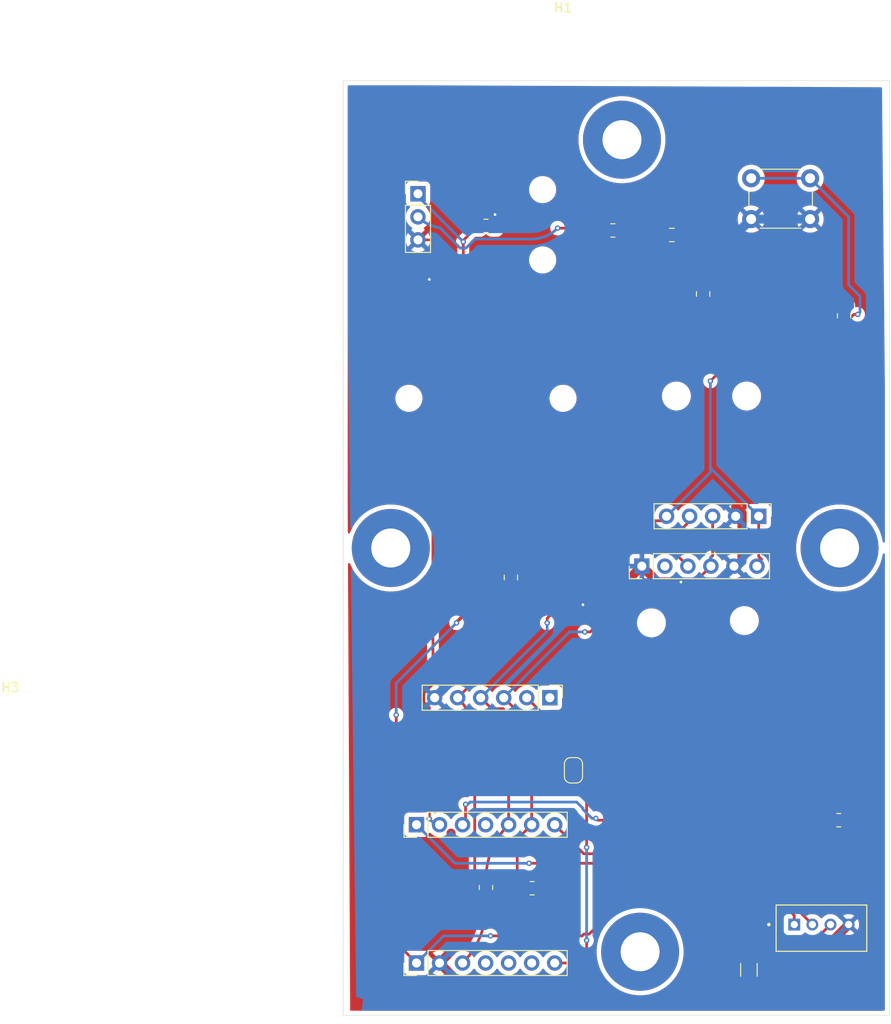
<source format=kicad_pcb>
(kicad_pcb (version 20241229) (generator "pcbnew") (generator_version "9.0")
  (layers (0 "F.Cu" signal) (2 "B.Cu" signal) (13 "F.Paste" user) (15 "B.Paste" user) (5 "F.SilkS" user "F.Silkscreen") (7 "B.SilkS" user "B.Silkscreen") (1 "F.Mask" user) (3 "B.Mask" user) (25 "Edge.Cuts" user))
  (net 0 "")
  (net 1 "+5V")
  (net 2 "GND")
  (net 3 "+3.3V")
  (net 4 "SDA")
  (net 5 "SCL")
  (net 7 "D6")
  (net 8 "D0")
  (net 9 "Din_D1")
  (net 10 "D2")
  (net 11 "Net-(J4-Pin_7)")
  (net 15 "SQW")
  (net 18 "Net-(J8-Pin_2)")
  (net 23 "Net-(R1-Pad2)")
  (footprint "Connector_PinHeader_2.54mm:PinHeader_1x07_P2.54mm_Vertical" (layer "F.Cu") (at 174.84 136.24 90)
    (property "Reference" "J4" (hide yes))
    (property "Value" "Conn_01x07" (hide yes))
    (fp_line (start -1.38 -1.38) (end 0 -1.38) (stroke (width 0.12)) (layer "F.SilkS"))
    (fp_line (start -1.38 0) (end -1.38 -1.38) (stroke (width 0.12)) (layer "F.SilkS"))
    (fp_line (start 1.38 1.27) (end 1.38 16.62) (stroke (width 0.12)) (layer "F.SilkS"))
    (fp_line (start -1.38 1.27) (end 1.38 1.27) (stroke (width 0.12)) (layer "F.SilkS"))
    (fp_line (start -1.38 1.27) (end -1.38 16.62) (stroke (width 0.12)) (layer "F.SilkS"))
    (fp_line (start -1.38 16.62) (end 1.38 16.62) (stroke (width 0.12)) (layer "F.SilkS"))
    (pad "1" thru_hole rect (at 0 0 90) (size 1.7 1.7) (drill 1) (layers "*.Cu" "*.Mask") (net 1 "+5V"))
    (pad "2" thru_hole circle (at 0 2.54 90) (size 1.7 1.7) (drill 1) (layers "*.Cu" "*.Mask") (net 2 "GND"))
    (pad "3" thru_hole circle (at 0 5.08 90) (size 1.7 1.7) (drill 1) (layers "*.Cu" "*.Mask") (net 3 "+3.3V"))
    (pad "4" thru_hole circle (at 0 7.62 90) (size 1.7 1.7) (drill 1) (layers "*.Cu" "*.Mask"))
    (pad "5" thru_hole circle (at 0 10.16 90) (size 1.7 1.7) (drill 1) (layers "*.Cu" "*.Mask"))
    (pad "6" thru_hole circle (at 0 12.7 90) (size 1.7 1.7) (drill 1) (layers "*.Cu" "*.Mask"))
    (pad "7" thru_hole circle (at 0 15.24 90) (size 1.7 1.7) (drill 1) (layers "*.Cu" "*.Mask") (net 11 "Net-(J4-Pin_7)"))
  )
  (footprint "MountingHole:MountingHole_2.5mm" (layer "F.Cu") (at 191 74)
    (property "Reference" "H10" (hide yes))
    (property "Value" "MountingHole" (hide yes))
    (pad "" np_thru_hole circle (at 0 0) (size 2.5 2.5) (drill 2.5) (layers "*.Cu" "*.Mask"))
  )
  (footprint "Resistor_SMD:R_0805_2012Metric" (layer "F.Cu") (at 221.4125 120.5)
    (property "Reference" "R1" (hide yes))
    (property "Value" "100" (hide yes))
    (fp_line (start -0.227064 -0.735) (end 0.227064 -0.735) (stroke (width 0.12)) (layer "F.SilkS"))
    (fp_line (start -0.227064 0.735) (end 0.227064 0.735) (stroke (width 0.12)) (layer "F.SilkS"))
    (pad "1" smd roundrect (at -0.9125 0) (size 1.025 1.4) (layers "F.Cu" "F.Mask" "F.Paste") (roundrect_rratio 0.243902) (net 10 "D2"))
    (pad "2" smd roundrect (at 0.9125 0) (size 1.025 1.4) (layers "F.Cu" "F.Mask" "F.Paste") (roundrect_rratio 0.243902) (net 23 "Net-(R1-Pad2)"))
  )
  (footprint "Connector_PinHeader_2.54mm:PinHeader_1x06_P2.54mm_Vertical" (layer "F.Cu") (at 189.54 107 -90)
    (property "Reference" "J5" (hide yes))
    (property "Value" "Conn_01x06" (hide yes))
    (fp_line (start -1.38 14.08) (end 1.38 14.08) (stroke (width 0.12)) (layer "F.SilkS"))
    (fp_line (start -1.38 1.27) (end -1.38 14.08) (stroke (width 0.12)) (layer "F.SilkS"))
    (fp_line (start -1.38 1.27) (end 1.38 1.27) (stroke (width 0.12)) (layer "F.SilkS"))
    (fp_line (start 1.38 1.27) (end 1.38 14.08) (stroke (width 0.12)) (layer "F.SilkS"))
    (fp_line (start -1.38 0) (end -1.38 -1.38) (stroke (width 0.12)) (layer "F.SilkS"))
    (fp_line (start -1.38 -1.38) (end 0 -1.38) (stroke (width 0.12)) (layer "F.SilkS"))
    (pad "1" thru_hole rect (at 0 0 270) (size 1.7 1.7) (drill 1) (layers "*.Cu" "*.Mask"))
    (pad "2" thru_hole circle (at 0 2.54 270) (size 1.7 1.7) (drill 1) (layers "*.Cu" "*.Mask") (net 15 "SQW"))
    (pad "3" thru_hole circle (at 0 5.08 270) (size 1.7 1.7) (drill 1) (layers "*.Cu" "*.Mask") (net 5 "SCL"))
    (pad "4" thru_hole circle (at 0 7.62 270) (size 1.7 1.7) (drill 1) (layers "*.Cu" "*.Mask") (net 4 "SDA"))
    (pad "5" thru_hole circle (at 0 10.16 270) (size 1.7 1.7) (drill 1) (layers "*.Cu" "*.Mask") (net 3 "+3.3V"))
    (pad "6" thru_hole circle (at 0 12.7 270) (size 1.7 1.7) (drill 1) (layers "*.Cu" "*.Mask") (net 2 "GND"))
  )
  (footprint "MountingHole:MountingHole_2.5mm" (layer "F.Cu") (at 188.75 51)
    (property "Reference" "H11" (hide yes))
    (property "Value" "MountingHole" (hide yes))
    (pad "" np_thru_hole circle (at 0 0) (size 2.5 2.5) (drill 2.5) (layers "*.Cu" "*.Mask"))
  )
  (footprint "Resistor_SMD:R_0805_2012Metric" (layer "F.Cu") (at 187.5875 128)
    (property "Reference" "R3" (hide yes))
    (property "Value" "10k" (hide yes))
    (fp_line (start -0.227064 -0.735) (end 0.227064 -0.735) (stroke (width 0.12)) (layer "F.SilkS"))
    (fp_line (start -0.227064 0.735) (end 0.227064 0.735) (stroke (width 0.12)) (layer "F.SilkS"))
    (pad "1" smd roundrect (at -0.9125 0) (size 1.025 1.4) (layers "F.Cu" "F.Mask" "F.Paste") (roundrect_rratio 0.243902) (net 5 "SCL"))
    (pad "2" smd roundrect (at 0.9125 0) (size 1.025 1.4) (layers "F.Cu" "F.Mask" "F.Paste") (roundrect_rratio 0.243902) (net 3 "+3.3V"))
  )
  (footprint "MountingHole:MountingHole_2.7mm" (layer "F.Cu") (at 211 98.5)
    (property "Reference" "H8" (hide yes))
    (property "Value" "MountingHole" (hide yes))
    (pad "" np_thru_hole circle (at 0 0) (size 2.7 2.7) (drill 2.7) (layers "*.Cu" "*.Mask"))
  )
  (footprint "Button_Switch_THT:SW_PUSH_6mm" (layer "F.Cu") (at 211.75 49.75)
    (property "Reference" "SW1" (hide yes))
    (property "Value" "SW_Push" (hide yes))
    (fp_line (start -0.25 1.5) (end -0.25 3) (stroke (width 0.12)) (layer "F.SilkS"))
    (fp_line (start 1 5.5) (end 5.5 5.5) (stroke (width 0.12)) (layer "F.SilkS"))
    (fp_line (start 5.5 -1) (end 1 -1) (stroke (width 0.12)) (layer "F.SilkS"))
    (fp_line (start 6.75 3) (end 6.75 1.5) (stroke (width 0.12)) (layer "F.SilkS"))
    (pad "1" thru_hole circle (at 0 0 90) (size 2 2) (drill 1.1) (layers "*.Cu" "*.Mask") (net 23 "Net-(R1-Pad2)"))
    (pad "1" thru_hole circle (at 6.5 0 90) (size 2 2) (drill 1.1) (layers "*.Cu" "*.Mask") (net 23 "Net-(R1-Pad2)"))
    (pad "2" thru_hole circle (at 0 4.5 90) (size 2 2) (drill 1.1) (layers "*.Cu" "*.Mask") (net 2 "GND"))
    (pad "2" thru_hole circle (at 6.5 4.5 90) (size 2 2) (drill 1.1) (layers "*.Cu" "*.Mask") (net 2 "GND"))
  )
  (footprint "Connector_PinHeader_2.54mm:PinHeader_1x06_P2.54mm_Vertical" (layer "F.Cu") (at 199.69 92.5 90)
    (property "Reference" "J1" (hide yes))
    (property "Value" "Conn_01x06" (hide yes))
    (fp_line (start -1.38 -1.38) (end 0 -1.38) (stroke (width 0.12)) (layer "F.SilkS"))
    (fp_line (start -1.38 0) (end -1.38 -1.38) (stroke (width 0.12)) (layer "F.SilkS"))
    (fp_line (start 1.38 1.27) (end 1.38 14.08) (stroke (width 0.12)) (layer "F.SilkS"))
    (fp_line (start -1.38 1.27) (end 1.38 1.27) (stroke (width 0.12)) (layer "F.SilkS"))
    (fp_line (start -1.38 1.27) (end -1.38 14.08) (stroke (width 0.12)) (layer "F.SilkS"))
    (fp_line (start -1.38 14.08) (end 1.38 14.08) (stroke (width 0.12)) (layer "F.SilkS"))
    (pad "1" thru_hole rect (at 0 0 90) (size 1.7 1.7) (drill 1) (layers "*.Cu" "*.Mask") (net 2 "GND"))
    (pad "2" thru_hole circle (at 0 2.54 90) (size 1.7 1.7) (drill 1) (layers "*.Cu" "*.Mask"))
    (pad "3" thru_hole circle (at 0 5.08 90) (size 1.7 1.7) (drill 1) (layers "*.Cu" "*.Mask") (net 4 "SDA"))
    (pad "4" thru_hole circle (at 0 7.62 90) (size 1.7 1.7) (drill 1) (layers "*.Cu" "*.Mask") (net 5 "SCL"))
    (pad "5" thru_hole circle (at 0 10.16 90) (size 1.7 1.7) (drill 1) (layers "*.Cu" "*.Mask") (net 2 "GND"))
    (pad "6" thru_hole circle (at 0 12.7 90) (size 1.7 1.7) (drill 1) (layers "*.Cu" "*.Mask") (net 3 "+3.3V"))
  )
  (footprint "Resistor_SMD:R_0805_2012Metric" (layer "F.Cu") (at 222 64.9125 -90)
    (property "Reference" "R5" (hide yes))
    (property "Value" "10k" (hide yes))
    (fp_line (start -0.227064 0.735) (end 0.227064 0.735) (stroke (width 0.12)) (layer "F.SilkS"))
    (fp_line (start -0.227064 -0.735) (end 0.227064 -0.735) (stroke (width 0.12)) (layer "F.SilkS"))
    (pad "1" smd roundrect (at -0.9125 0 270) (size 1.025 1.4) (layers "F.Cu" "F.Mask" "F.Paste") (roundrect_rratio 0.243902) (net 3 "+3.3V"))
    (pad "2" smd roundrect (at 0.9125 0 270) (size 1.025 1.4) (layers "F.Cu" "F.Mask" "F.Paste") (roundrect_rratio 0.243902) (net 23 "Net-(R1-Pad2)"))
  )
  (footprint "Capacitor_SMD:C_0805_2012Metric" (layer "F.Cu") (at 206.45 62.5 90)
    (property "Reference" "C2" (hide yes))
    (property "Value" "100nF" (hide yes))
    (fp_line (start -0.261252 -0.735) (end 0.261252 -0.735) (stroke (width 0.12)) (layer "F.SilkS"))
    (fp_line (start -0.261252 0.735) (end 0.261252 0.735) (stroke (width 0.12)) (layer "F.SilkS"))
    (pad "1" smd roundrect (at -0.95 0 90) (size 1 1.45) (layers "F.Cu" "F.Mask" "F.Paste") (net 2 "GND"))
    (pad "2" smd roundrect (at 0.95 0 90) (size 1 1.45) (layers "F.Cu" "F.Mask" "F.Paste") (net 3 "+3.3V"))
  )
  (footprint "MountingHole:MountingHole_2.5mm" (layer "F.Cu") (at 188.75 58.75)
    (property "Reference" "H12" (hide yes))
    (property "Value" "MountingHole" (hide yes))
    (pad "" np_thru_hole circle (at 0 0) (size 2.5 2.5) (drill 2.5) (layers "*.Cu" "*.Mask"))
  )
  (footprint "MountingHole:MountingHole_4.3mm_M4_Pad" (layer "F.Cu") (at 172 90.5)
    (property "Reference" "H3" (at -41.975 15.375 0) (layer "F.SilkS"))
    (property "Value" "MountingHole_Pad" (hide yes))
    (pad "1" thru_hole circle (at 0 0) (size 8.6 8.6) (drill 4.3) (layers "*.Cu" "*.Mask"))
  )
  (footprint "MountingHole:MountingHole_4.3mm_M4_Pad" (layer "F.Cu") (at 199.5 135)
    (property "Reference" "H2" (hide yes))
    (property "Value" "MountingHole_Pad" (hide yes))
    (pad "1" thru_hole circle (at 0 0) (size 8.6 8.6) (drill 4.3) (layers "*.Cu" "*.Mask"))
  )
  (footprint "Jumper:SolderJumper-2_P1.3mm_Open_RoundedPad1.0x1.5mm" (layer "F.Cu") (at 192.15 115 -90)
    (property "Reference" "JP1" (hide yes))
    (property "Value" "SolderJumper_2_Open" (hide yes))
    (fp_line (start 0.7 1) (end -0.7 1) (stroke (width 0.12)) (layer "F.SilkS"))
    (fp_line (start -1.4 0.3) (end -1.4 -0.3) (stroke (width 0.12)) (layer "F.SilkS"))
    (fp_line (start 1.4 -0.3) (end 1.4 0.3) (stroke (width 0.12)) (layer "F.SilkS"))
    (fp_line (start -0.7 -1) (end 0.7 -1) (stroke (width 0.12)) (layer "F.SilkS"))
    (fp_arc (start -0.7 1) (mid -1.194975 0.794975) (end -1.4 0.3) (stroke (width 0.12)) (layer "F.SilkS"))
    (fp_arc (start 1.4 0.3) (mid 1.194975 0.794975) (end 0.7 1) (stroke (width 0.12)) (layer "F.SilkS"))
    (fp_arc (start -1.4 -0.3) (mid -1.194975 -0.794975) (end -0.7 -1) (stroke (width 0.12)) (layer "F.SilkS"))
    (fp_arc (start 0.7 -1) (mid 1.194975 -0.794975) (end 1.4 -0.3) (stroke (width 0.12)) (layer "F.SilkS"))
    (pad "1" smd custom (at -0.65 0 270) (size 1 0.5) (layers "F.Cu" "F.Mask") (net 15 "SQW") (options (clearance outline) (anchor rect)) (primitives (gr_circle (center 0 0.25) (end 0.5 0.25) (width 0) (fill yes)) (gr_circle (center 0 -0.25) (end 0.5 -0.25) (width 0) (fill yes)) (gr_poly (pts (xy 0.5 0.75) (xy 0 0.75) (xy 0 -0.75) (xy 0.5 -0.75)) (width 0) (fill yes))))
    (pad "2" smd custom (at 0.65 0 270) (size 1 0.5) (layers "F.Cu" "F.Mask") (net 11 "Net-(J4-Pin_7)") (options (clearance outline) (anchor rect)) (primitives (gr_circle (center 0 0.25) (end 0.5 0.25) (width 0) (fill yes)) (gr_circle (center 0 -0.25) (end 0.5 -0.25) (width 0) (fill yes)) (gr_poly (pts (xy 0 0.75) (xy -0.5 0.75) (xy -0.5 -0.75) (xy 0 -0.75)) (width 0) (fill yes))))
  )
  (footprint "Resistor_SMD:R_0805_2012Metric" (layer "F.Cu") (at 196.5 55.5)
    (property "Reference" "R6" (hide yes))
    (property "Value" "400" (hide yes))
    (fp_line (start -0.227064 -0.735) (end 0.227064 -0.735) (stroke (width 0.12)) (layer "F.SilkS"))
    (fp_line (start -0.227064 0.735) (end 0.227064 0.735) (stroke (width 0.12)) (layer "F.SilkS"))
    (pad "1" smd roundrect (at -0.9125 0) (size 1.025 1.4) (layers "F.Cu" "F.Mask" "F.Paste") (roundrect_rratio 0.243902) (net 18 "Net-(J8-Pin_2)"))
    (pad "2" smd roundrect (at 0.9125 0) (size 1.025 1.4) (layers "F.Cu" "F.Mask" "F.Paste") (roundrect_rratio 0.243902) (net 9 "Din_D1"))
  )
  (footprint "Resistor_SMD:R_0805_2012Metric" (layer "F.Cu") (at 182.5 127.9125 -90)
    (property "Reference" "R4" (hide yes))
    (property "Value" "10k" (hide yes))
    (fp_line (start -0.227064 0.735) (end 0.227064 0.735) (stroke (width 0.12)) (layer "F.SilkS"))
    (fp_line (start -0.227064 -0.735) (end 0.227064 -0.735) (stroke (width 0.12)) (layer "F.SilkS"))
    (pad "1" smd roundrect (at -0.9125 0 270) (size 1.025 1.4) (layers "F.Cu" "F.Mask" "F.Paste") (roundrect_rratio 0.243902) (net 4 "SDA"))
    (pad "2" smd roundrect (at 0.9125 0 270) (size 1.025 1.4) (layers "F.Cu" "F.Mask" "F.Paste") (roundrect_rratio 0.243902) (net 3 "+3.3V"))
  )
  (footprint "Resistor_SMD:R_0805_2012Metric" (layer "F.Cu") (at 182.5 55)
    (property "Reference" "R2" (hide yes))
    (property "Value" "4.7k" (hide yes))
    (fp_line (start -0.227064 -0.735) (end 0.227064 -0.735) (stroke (width 0.12)) (layer "F.SilkS"))
    (fp_line (start -0.227064 0.735) (end 0.227064 0.735) (stroke (width 0.12)) (layer "F.SilkS"))
    (pad "1" smd roundrect (at -0.9125 0) (size 1.025 1.4) (layers "F.Cu" "F.Mask" "F.Paste") (roundrect_rratio 0.243902) (net 1 "+5V"))
    (pad "2" smd roundrect (at 0.9125 0) (size 1.025 1.4) (layers "F.Cu" "F.Mask" "F.Paste") (roundrect_rratio 0.243902) (net 9 "Din_D1"))
  )
  (footprint "MountingHole:MountingHole_2.7mm" (layer "F.Cu") (at 203.5 73.75)
    (property "Reference" "H6" (hide yes))
    (property "Value" "MountingHole" (hide yes))
    (pad "" np_thru_hole circle (at 0 0) (size 2.7 2.7) (drill 2.7) (layers "*.Cu" "*.Mask"))
  )
  (footprint "Connector_PinHeader_2.54mm:PinHeader_1x05_P2.54mm_Vertical" (layer "F.Cu") (at 212.58 87 -90)
    (property "Reference" "J9" (hide yes))
    (property "Value" "Conn_01x05" (hide yes))
    (fp_line (start -1.38 11.54) (end 1.38 11.54) (stroke (width 0.12)) (layer "F.SilkS"))
    (fp_line (start -1.38 1.27) (end -1.38 11.54) (stroke (width 0.12)) (layer "F.SilkS"))
    (fp_line (start -1.38 1.27) (end 1.38 1.27) (stroke (width 0.12)) (layer "F.SilkS"))
    (fp_line (start 1.38 1.27) (end 1.38 11.54) (stroke (width 0.12)) (layer "F.SilkS"))
    (fp_line (start -1.38 0) (end -1.38 -1.38) (stroke (width 0.12)) (layer "F.SilkS"))
    (fp_line (start -1.38 -1.38) (end 0 -1.38) (stroke (width 0.12)) (layer "F.SilkS"))
    (pad "1" thru_hole rect (at 0 0 270) (size 1.7 1.7) (drill 1) (layers "*.Cu" "*.Mask") (net 3 "+3.3V"))
    (pad "2" thru_hole circle (at 0 2.54 270) (size 1.7 1.7) (drill 1) (layers "*.Cu" "*.Mask") (net 2 "GND"))
    (pad "3" thru_hole circle (at 0 5.08 270) (size 1.7 1.7) (drill 1) (layers "*.Cu" "*.Mask") (net 5 "SCL"))
    (pad "4" thru_hole circle (at 0 7.62 270) (size 1.7 1.7) (drill 1) (layers "*.Cu" "*.Mask") (net 4 "SDA"))
    (pad "5" thru_hole circle (at 0 10.16 270) (size 1.7 1.7) (drill 1) (layers "*.Cu" "*.Mask") (net 3 "+3.3V"))
  )
  (footprint "Capacitor_SMD:C_1206_3216Metric" (layer "F.Cu") (at 211.5 137 -90)
    (property "Reference" "C1" (hide yes))
    (property "Value" "100uF 10V" (hide yes))
    (fp_line (start -0.711252 0.91) (end 0.711252 0.91) (stroke (width 0.12)) (layer "F.SilkS"))
    (fp_line (start -0.711252 -0.91) (end 0.711252 -0.91) (stroke (width 0.12)) (layer "F.SilkS"))
    (pad "1" smd roundrect (at -1.475 0 270) (size 1.15 1.8) (layers "F.Cu" "F.Mask" "F.Paste") (roundrect_rratio 0.217391) (net 1 "+5V"))
    (pad "2" smd roundrect (at 1.475 0 270) (size 1.15 1.8) (layers "F.Cu" "F.Mask" "F.Paste") (roundrect_rratio 0.217391) (net 2 "GND"))
  )
  (footprint "MountingHole:MountingHole_4.3mm_M4_Pad" (layer "F.Cu") (at 221.5 90.5)
    (property "Reference" "H4" (hide yes))
    (property "Value" "MountingHole_Pad" (hide yes))
    (pad "1" thru_hole circle (at 0 0) (size 8.6 8.6) (drill 4.3) (layers "*.Cu" "*.Mask"))
  )
  (footprint "MountingHole:MountingHole_2.5mm" (layer "F.Cu") (at 174 74)
    (property "Reference" "H9" (hide yes))
    (property "Value" "MountingHole" (hide yes))
    (pad "" np_thru_hole circle (at 0 0) (size 2.5 2.5) (drill 2.5) (layers "*.Cu" "*.Mask"))
  )
  (footprint "Capacitor_SMD:C_0805_2012Metric" (layer "F.Cu") (at 185.25 93.75 90)
    (property "Reference" "C4" (hide yes))
    (property "Value" "100nF" (hide yes))
    (fp_line (start -0.261252 -0.735) (end 0.261252 -0.735) (stroke (width 0.12)) (layer "F.SilkS"))
    (fp_line (start -0.261252 0.735) (end 0.261252 0.735) (stroke (width 0.12)) (layer "F.SilkS"))
    (pad "1" smd roundrect (at -0.95 0 90) (size 1 1.45) (layers "F.Cu" "F.Mask" "F.Paste") (net 3 "+3.3V"))
    (pad "2" smd roundrect (at 0.95 0 90) (size 1 1.45) (layers "F.Cu" "F.Mask" "F.Paste") (net 2 "GND"))
  )
  (footprint "Capacitor_SMD:C_0805_2012Metric" (layer "F.Cu") (at 203 56)
    (property "Reference" "C3" (hide yes))
    (property "Value" "100nF" (hide yes))
    (fp_line (start -0.261252 -0.735) (end 0.261252 -0.735) (stroke (width 0.12)) (layer "F.SilkS"))
    (fp_line (start -0.261252 0.735) (end 0.261252 0.735) (stroke (width 0.12)) (layer "F.SilkS"))
    (pad "1" smd roundrect (at -0.95 0) (size 1 1.45) (layers "F.Cu" "F.Mask" "F.Paste") (net 2 "GND"))
    (pad "2" smd roundrect (at 0.95 0) (size 1 1.45) (layers "F.Cu" "F.Mask" "F.Paste") (net 3 "+3.3V"))
  )
  (footprint "Connector_PinHeader_2.54mm:PinHeader_1x07_P2.54mm_Vertical" (layer "F.Cu") (at 174.84 121 90)
    (property "Reference" "J3" (hide yes))
    (property "Value" "Conn_01x07" (hide yes))
    (fp_line (start -1.38 -1.38) (end 0 -1.38) (stroke (width 0.12)) (layer "F.SilkS"))
    (fp_line (start -1.38 0) (end -1.38 -1.38) (stroke (width 0.12)) (layer "F.SilkS"))
    (fp_line (start 1.38 1.27) (end 1.38 16.62) (stroke (width 0.12)) (layer "F.SilkS"))
    (fp_line (start -1.38 1.27) (end 1.38 1.27) (stroke (width 0.12)) (layer "F.SilkS"))
    (fp_line (start -1.38 1.27) (end -1.38 16.62) (stroke (width 0.12)) (layer "F.SilkS"))
    (fp_line (start -1.38 16.62) (end 1.38 16.62) (stroke (width 0.12)) (layer "F.SilkS"))
    (pad "1" thru_hole rect (at 0 0 90) (size 1.7 1.7) (drill 1) (layers "*.Cu" "*.Mask") (net 8 "D0"))
    (pad "2" thru_hole circle (at 0 2.54 90) (size 1.7 1.7) (drill 1) (layers "*.Cu" "*.Mask") (net 9 "Din_D1"))
    (pad "3" thru_hole circle (at 0 5.08 90) (size 1.7 1.7) (drill 1) (layers "*.Cu" "*.Mask") (net 10 "D2"))
    (pad "4" thru_hole circle (at 0 7.62 90) (size 1.7 1.7) (drill 1) (layers "*.Cu" "*.Mask"))
    (pad "5" thru_hole circle (at 0 10.16 90) (size 1.7 1.7) (drill 1) (layers "*.Cu" "*.Mask") (net 4 "SDA"))
    (pad "6" thru_hole circle (at 0 12.7 90) (size 1.7 1.7) (drill 1) (layers "*.Cu" "*.Mask") (net 5 "SCL"))
    (pad "7" thru_hole circle (at 0 15.24 90) (size 1.7 1.7) (drill 1) (layers "*.Cu" "*.Mask") (net 7 "D6"))
  )
  (footprint "MountingHole:MountingHole_4.3mm_M4_Pad" (layer "F.Cu") (at 197.5 45.5)
    (property "Reference" "H1" (at -6.5 -14.55 0) (layer "F.SilkS"))
    (property "Value" "MountingHole_Pad" (hide yes))
    (pad "1" thru_hole circle (at 0 0) (size 8.6 8.6) (drill 4.3) (layers "*.Cu" "*.Mask"))
  )
  (footprint "MountingHole:MountingHole_2.7mm" (layer "F.Cu") (at 200.75 98.75)
    (property "Reference" "H7" (hide yes))
    (property "Value" "MountingHole" (hide yes))
    (pad "" np_thru_hole circle (at 0 0) (size 2.7 2.7) (drill 2.7) (layers "*.Cu" "*.Mask"))
  )
  (footprint "Connector_PinHeader_2.54mm:PinHeader_1x03_P2.54mm_Vertical" (layer "F.Cu") (at 175 51.46)
    (property "Reference" "J8" (hide yes))
    (property "Value" "Conn_01x03" (hide yes))
    (fp_line (start -1.38 -1.38) (end 0 -1.38) (stroke (width 0.12)) (layer "F.SilkS"))
    (fp_line (start -1.38 0) (end -1.38 -1.38) (stroke (width 0.12)) (layer "F.SilkS"))
    (fp_line (start -1.38 1.27) (end -1.38 6.46) (stroke (width 0.12)) (layer "F.SilkS"))
    (fp_line (start -1.38 1.27) (end 1.38 1.27) (stroke (width 0.12)) (layer "F.SilkS"))
    (fp_line (start -1.38 6.46) (end 1.38 6.46) (stroke (width 0.12)) (layer "F.SilkS"))
    (fp_line (start 1.38 1.27) (end 1.38 6.46) (stroke (width 0.12)) (layer "F.SilkS"))
    (pad "1" thru_hole rect (at 0 0) (size 1.7 1.7) (drill 1) (layers "*.Cu" "*.Mask") (net 1 "+5V"))
    (pad "2" thru_hole circle (at 0 2.54) (size 1.7 1.7) (drill 1) (layers "*.Cu" "*.Mask") (net 18 "Net-(J8-Pin_2)"))
    (pad "3" thru_hole circle (at 0 5.08) (size 1.7 1.7) (drill 1) (layers "*.Cu" "*.Mask") (net 2 "GND"))
  )
  (footprint "MountingHole:MountingHole_2.7mm" (layer "F.Cu") (at 211.25 73.75)
    (property "Reference" "H5" (hide yes))
    (property "Value" "MountingHole" (hide yes))
    (pad "" np_thru_hole circle (at 0 0) (size 2.7 2.7) (drill 2.7) (layers "*.Cu" "*.Mask"))
  )
  (footprint "110990030:SEEED_110990030" (layer "F.Cu") (at 219.5 132)
    (property "Reference" "J2" (hide yes))
    (property "Value" "110990030" (hide yes))
    (fp_line (start -5 -2.15) (end 5 -2.15) (stroke (width 0.127)) (layer "F.SilkS"))
    (fp_line (start -5 2.95) (end -5 -2.15) (stroke (width 0.127)) (layer "F.SilkS"))
    (fp_line (start 5 -2.15) (end 5 2.95) (stroke (width 0.127)) (layer "F.SilkS"))
    (fp_line (start 5 2.95) (end -5 2.95) (stroke (width 0.127)) (layer "F.SilkS"))
    (fp_circle (center -5.8 0) (end -5.7 0) (stroke (width 0.2)) (fill no) (layer "F.SilkS"))
    (pad "1" thru_hole rect (at -3 0) (size 1.308 1.308) (drill 0.8) (layers "*.Cu" "*.Mask") (net 8 "D0"))
    (pad "2" thru_hole circle (at -1 0) (size 1.308 1.308) (drill 0.8) (layers "*.Cu" "*.Mask") (net 7 "D6"))
    (pad "3" thru_hole circle (at 1 0) (size 1.308 1.308) (drill 0.8) (layers "*.Cu" "*.Mask") (net 1 "+5V"))
    (pad "4" thru_hole circle (at 3 0) (size 1.308 1.308) (drill 0.8) (layers "*.Cu" "*.Mask") (net 2 "GND"))
  )
  (gr_rect (start 166.75 39) (end 227 142) (stroke (width 0.05)) (fill no) (layer "Edge.Cuts"))
  (segment (start 179.925896 56.832014) (end 180 56.75791) (width 0.3) (layer "F.Cu") (net 1))
  (segment (start 193.883956 133.05) (end 193.31005 133.05) (width 0.3) (layer "F.Cu") (net 1))
  (segment (start 211.5 135.525) (end 205.725 129.75) (width 0.3) (layer "F.Cu") (net 1))
  (segment (start 197.183956 129.75) (end 193.883956 133.05) (width 0.3) (layer "F.Cu") (net 1))
  (segment (start 180 56.75791) (end 180 56.75) (width 0.3) (layer "F.Cu") (net 1))
  (segment (start 179.625 98.375) (end 179.25 98.75) (width 0.3) (layer "F.Cu") (net 1))
  (segment (start 205.725 129.75) (end 197.183956 129.75) (width 0.3) (layer "F.Cu") (net 1))
  (segment (start 193.11005 133.25) (end 183 133.25) (width 0.3) (layer "F.Cu") (net 1))
  (segment (start 193.31005 133.05) (end 193.11005 133.25) (width 0.3) (layer "F.Cu") (net 1))
  (segment (start 172.6 108.9) (end 172.6 134) (width 0.3) (layer "F.Cu") (net 1))
  (segment (start 179.75 98.25) (end 179.625 98.375) (width 0.3) (layer "F.Cu") (net 1))
  (segment (start 179.25 98.75) (end 179.25 98.635011) (width 0.3) (layer "F.Cu") (net 1))
  (segment (start 181.5875 55) (end 180 56.5875) (width 0.3) (layer "F.Cu") (net 1))
  (segment (start 172.6 134) (end 174.84 136.24) (width 0.3) (layer "F.Cu") (net 1))
  (segment (start 216.975 135.525) (end 220.5 132) (width 0.3) (layer "F.Cu") (net 1))
  (segment (start 180 56.5875) (end 180 57.25) (width 0.3) (layer "F.Cu") (net 1))
  (segment (start 179.25 98.635011) (end 179.885011 98) (width 0.3) (layer "F.Cu") (net 1))
  (segment (start 211.5 135.525) (end 216.975 135.525) (width 0.3) (layer "F.Cu") (net 1))
  (segment (start 180 57.25) (end 180 97.46967) (width 0.3) (layer "F.Cu") (net 1))
  (via (at 180 56.75) (size 0.6) (drill 0.3) (layers "F.Cu" "B.Cu") (net 1))
  (via (at 179.25 98.75) (size 0.6) (drill 0.3) (layers "F.Cu" "B.Cu") (net 1))
  (via (at 183 133.25) (size 0.6) (drill 0.3) (layers "F.Cu" "B.Cu") (net 1))
  (via (at 172.6 108.9) (size 0.6) (drill 0.3) (layers "F.Cu" "B.Cu") (net 1))
  (arc (start 180 57.25) (mid 179.981201 57.037796) (end 179.925896 56.832014) (width 0.3) (layer "F.Cu") (net 1))
  (arc (start 180 97.46967) (mid 179.90254 97.959631) (end 179.625 98.375) (width 0.3) (layer "F.Cu") (net 1))
  (segment (start 183 133.25) (end 177.83 133.25) (width 0.3) (layer "B.Cu") (net 1))
  (segment (start 172.6 105.4) (end 172.6 108.9) (width 0.3) (layer "B.Cu") (net 1))
  (segment (start 177.83 133.25) (end 174.84 136.24) (width 0.3) (layer "B.Cu") (net 1))
  (segment (start 179.25 98.75) (end 172.6 105.4) (width 0.3) (layer "B.Cu") (net 1))
  (segment (start 175.205061 51.955061) (end 180 56.75) (width 0.3) (layer "B.Cu") (net 1))
  (arc (start 175 51.46) (mid 175.053294 51.727925) (end 175.205061 51.955061) (width 0.3) (layer "B.Cu") (net 1))
  (segment (start 175 56.54) (end 177.46 56.54) (width 0.3) (layer "F.Cu") (net 2))
  (segment (start 180.75 53.25) (end 183.5 53.25) (width 0.3) (layer "F.Cu") (net 2))
  (segment (start 177.46 56.54) (end 180.75 53.25) (width 0.3) (layer "F.Cu") (net 2))
  (segment (start 183.5 53.25) (end 183.75 53.5) (width 0.3) (layer "F.Cu") (net 2))
  (segment (start 177.38 136.24) (end 178.65 134.97) (width 1) (layer "F.Cu") (net 2))
  (segment (start 201.44 94.25) (end 204 94.25) (width 1) (layer "F.Cu") (net 2))
  (segment (start 209.225 140.75) (end 181.89 140.75) (width 1) (layer "F.Cu") (net 2))
  (segment (start 181.89 140.75) (end 177.38 136.24) (width 1) (layer "F.Cu") (net 2))
  (segment (start 178.65 134.97) (end 178.65 121.923446) (width 1) (layer "F.Cu") (net 2))
  (segment (start 183.75 53.5) (end 183.5 53.75) (width 0.3) (layer "F.Cu") (net 2))
  (segment (start 210.740399 91.943501) (end 210.740399 86.650399) (width 1) (layer "F.Cu") (net 2))
  (segment (start 211.5 138.475) (end 209.225 140.75) (width 1) (layer "F.Cu") (net 2))
  (segment (start 176.25 60.9) (end 178.041 62.691) (width 0.3) (layer "F.Cu") (net 2))
  (segment (start 193.199 96.75) (end 195.44 96.75) (width 1) (layer "F.Cu") (net 2))
  (segment (start 216.025 138.475) (end 211.5 138.475) (width 1) (layer "F.Cu") (net 2))
  (segment (start 210.740399 86.650399) (end 210.04 85.95) (width 1) (layer "F.Cu") (net 2))
  (segment (start 199.69 92.5) (end 201.44 94.25) (width 1) (layer "F.Cu") (net 2))
  (segment (start 195.44 96.75) (end 199.69 92.5) (width 1) (layer "F.Cu") (net 2))
  (segment (start 222.5 132) (end 216.025 138.475) (width 1) (layer "F.Cu") (net 2))
  (via (at 193.199 96.75) (size 0.6) (drill 0.3) (layers "F.Cu" "B.Cu") (net 2))
  (via (at 176.25 60.9) (size 0.6) (drill 0.3) (layers "F.Cu" "B.Cu") (net 2))
  (via (at 183.5 53.75) (size 0.6) (drill 0.3) (layers "F.Cu" "B.Cu") (net 2))
  (via (at 204 94.25) (size 0.6) (drill 0.3) (layers "F.Cu" "B.Cu") (net 2))
  (segment (start 218.25 54.25) (end 211.75 54.25) (width 1) (layer "B.Cu") (net 2))
  (segment (start 196.75 56) (end 196.25 55.5) (width 1) (layer "B.Cu") (net 2))
  (segment (start 209.85 92.5) (end 210.1839 92.5) (width 1) (layer "B.Cu") (net 2))
  (segment (start 190.382785 46.75) (end 184.5 46.75) (width 1) (layer "B.Cu") (net 2))
  (segment (start 176.25 57.79) (end 176.25 60.9) (width 0.3) (layer "B.Cu") (net 2))
  (segment (start 196.25 55.5) (end 196.25 52.617215) (width 1) (layer "B.Cu") (net 2))
  (segment (start 210.1839 92.5) (end 210.740399 91.943501) (width 1) (layer "B.Cu") (net 2))
  (segment (start 187.09 96.75) (end 193.199 96.75) (width 1) (layer "B.Cu") (net 2))
  (segment (start 183.5 53.75) (end 183.5 54.5) (width 1) (layer "B.Cu") (net 2))
  (segment (start 210 56) (end 202 56) (width 1) (layer "B.Cu") (net 2))
  (segment (start 211.75 54.25) (end 210 56) (width 1) (layer "B.Cu") (net 2))
  (segment (start 183.5 47.75) (end 184.5 46.75) (width 1) (layer "B.Cu") (net 2))
  (segment (start 202 56) (end 196.75 56) (width 1) (layer "B.Cu") (net 2))
  (segment (start 208.1 94.25) (end 209.85 92.5) (width 1) (layer "B.Cu") (net 2))
  (segment (start 204 94.25) (end 208.1 94.25) (width 1) (layer "B.Cu") (net 2))
  (segment (start 196.25 52.617215) (end 190.382785 46.75) (width 1) (layer "B.Cu") (net 2))
  (segment (start 176.84 107) (end 187.09 96.75) (width 1) (layer "B.Cu") (net 2))
  (segment (start 211.75 54.25) (end 206.25 59.75) (width 1) (layer "B.Cu") (net 2))
  (segment (start 175 56.54) (end 176.25 57.79) (width 0.3) (layer "B.Cu") (net 2))
  (segment (start 206.25 59.75) (end 206.25 63) (width 1) (layer "B.Cu") (net 2))
  (segment (start 183.5 47.75) (end 183.5 53.75) (width 1) (layer "B.Cu") (net 2))
  (segment (start 201.92 87.5) (end 202.42 87) (width 0.3) (layer "F.Cu") (net 3))
  (segment (start 181.437431 127.709859) (end 181.387344 127.617581) (width 0.3) (layer "F.Cu") (net 3))
  (segment (start 212.58 91.43) (end 212.9 91.75) (width 0.3) (layer "F.Cu") (net 3))
  (segment (start 215.35 64) (end 222 64) (width 0.3) (layer "F.Cu") (net 3))
  (segment (start 187.304763 129.045761) (end 187.285703 129.048536) (width 0.3) (layer "F.Cu") (net 3))
  (segment (start 187.329949 129.040818) (end 187.304763 129.045761) (width 0.3) (layer "F.Cu") (net 3))
  (segment (start 182.5 128.825) (end 181.629758 127.954758) (width 0.3) (layer "F.Cu") (net 3))
  (segment (start 187.41981 129.012542) (end 187.389129 129.024073) (width 0.3) (layer "F.Cu") (net 3))
  (segment (start 212.58 87) (end 212.58 91.43) (width 0.3) (layer "F.Cu") (net 3))
  (segment (start 187.576722 128.918823) (end 187.546688 128.941934) (width 0.3) (layer "F.Cu") (net 3))
  (segment (start 206.5 58.55) (end 203.95 56) (width 0.3) (layer "F.Cu") (net 3))
  (segment (start 181.594939 127.919267) (end 181.559676 127.880373) (width 0.3) (layer "F.Cu") (net 3))
  (segment (start 220.25 62.25) (end 206.5 62.25) (width 0.3) (layer "F.Cu") (net 3))
  (segment (start 187.602795 128.896344) (end 187.576722 128.918823) (width 0.3) (layer "F.Cu") (net 3))
  (segment (start 187.455654 128.996432) (end 187.41981 129.012542) (width 0.3) (layer "F.Cu") (net 3))
  (segment (start 206.5 62.25) (end 206.5 58.55) (width 0.3) (layer "F.Cu") (net 3))
  (segment (start 185.25 94.7) (end 192.45 87.5) (width 0.3) (layer "F.Cu") (net 3))
  (segment (start 181.285209 127.320384) (end 181.26799 127.216812) (width 0.3) (layer "F.Cu") (net 3))
  (segment (start 181.310969 127.422169) (end 181.285209 127.320384) (width 0.3) (layer "F.Cu") (net 3))
  (segment (start 181.495007 127.797658) (end 181.437431 127.709859) (width 0.3) (layer "F.Cu") (net 3))
  (segment (start 207.25 72.1) (end 215.35 64) (width 0.3) (layer "F.Cu") (net 3))
  (segment (start 182.5 128.825) (end 182.5 130.011329) (width 0.3) (layer "F.Cu") (net 3))
  (segment (start 188.5 128) (end 187.629758 128.870242) (width 0.3) (layer "F.Cu") (net 3))
  (segment (start 187.389129 129.024073) (end 187.363058 129.032279) (width 0.3) (layer "F.Cu") (net 3))
  (segment (start 187.285703 129.048536) (end 187.271329 129.050023) (width 0.3) (layer "F.Cu") (net 3))
  (segment (start 181.387344 127.617581) (end 181.345093 127.521464) (width 0.3) (layer "F.Cu") (net 3))
  (segment (start 222 64) (end 220.25 62.25) (width 0.3) (layer "F.Cu") (net 3))
  (segment (start 187.629758 128.870242) (end 187.602795 128.896344) (width 0.3) (layer "F.Cu") (net 3))
  (segment (start 181.629758 127.954758) (end 181.594939 127.919267) (width 0.3) (layer "F.Cu") (net 3))
  (segment (start 185.25 101.13) (end 179.38 107) (width 0.3) (layer "F.Cu") (net 3))
  (segment (start 181.345093 127.521464) (end 181.310969 127.422169) (width 0.3) (layer "F.Cu") (net 3))
  (segment (start 187.271329 129.050023) (end 183.043254 129.050023) (width 0.3) (layer "F.Cu") (net 3))
  (segment (start 181.559676 127.880373) (end 181.495007 127.797658) (width 0.3) (layer "F.Cu") (net 3))
  (segment (start 187.363058 129.032279) (end 187.329949 129.040818) (width 0.3) (layer "F.Cu") (net 3))
  (segment (start 181.26799 127.216812) (end 181.259431 127.112167) (width 0.3) (layer "F.Cu") (net 3))
  (segment (start 181.259431 127.112167) (end 181.259431 111.537348) (width 0.3) (layer "F.Cu") (net 3))
  (segment (start 192.45 87.5) (end 201.92 87.5) (width 0.3) (layer "F.Cu") (net 3))
  (segment (start 185.25 94.7) (end 185.25 101.13) (width 0.3) (layer "F.Cu") (net 3))
  (segment (start 187.485503 128.98089) (end 187.455654 128.996432) (width 0.3) (layer "F.Cu") (net 3))
  (segment (start 187.518458 128.961119) (end 187.485503 128.98089) (width 0.3) (layer "F.Cu") (net 3))
  (segment (start 187.546688 128.941934) (end 187.518458 128.961119) (width 0.3) (layer "F.Cu") (net 3))
  (via (at 207.25 72.1) (size 0.6) (drill 0.3) (layers "F.Cu" "B.Cu") (net 3))
  (arc (start 181.259431 111.537348) (mid 180.770983 109.081753) (end 179.38 107) (width 0.3) (layer "F.Cu") (net 3))
  (arc (start 183.043254 129.050023) (mid 182.749247 128.991542) (end 182.5 128.825) (width 0.3) (layer "F.Cu") (net 3))
  (arc (start 182.5 130.011329) (mid 181.82948 133.382262) (end 179.92 136.24) (width 0.3) (layer "F.Cu") (net 3))
  (segment (start 207.25 82.17) (end 207.25 81.67) (width 0.3) (layer "B.Cu") (net 3))
  (segment (start 212.58 87) (end 207.25 81.67) (width 0.3) (layer "B.Cu") (net 3))
  (segment (start 202.42 87) (end 207.25 82.17) (width 0.3) (layer "B.Cu") (net 3))
  (segment (start 207.25 81.67) (end 207.25 72.1) (width 0.3) (layer "B.Cu") (net 3))
  (segment (start 185 121) (end 185 110.08) (width 0.3) (layer "F.Cu") (net 4))
  (segment (start 185 110.08) (end 184.999506 110.001963) (width 0.3) (layer "F.Cu") (net 4))
  (segment (start 189.25 98.75) (end 189.25 98.25) (width 0.3) (layer "F.Cu") (net 4))
  (segment (start 184.834916 109.083651) (end 184.78071 108.937292) (width 0.3) (layer "F.Cu") (net 4))
  (segment (start 181.92 107) (end 183.127367 108.207367) (width 0.3) (layer "F.Cu") (net 4))
  (segment (start 189.25 98.25) (end 197.25 90.25) (width 0.3) (layer "F.Cu") (net 4))
  (segment (start 184.881639 109.232568) (end 184.834916 109.083651) (width 0.3) (layer "F.Cu") (net 4))
  (segment (start 185 121) (end 184.974874 121.025126) (width 0.3) (layer "F.Cu") (net 4))
  (segment (start 204.96 87) (end 204.96 87.54) (width 0.3) (layer "F.Cu") (net 4))
  (segment (start 184.991601 109.846088) (end 184.975811 109.690815) (width 0.3) (layer "F.Cu") (net 4))
  (segment (start 184.952177 109.53654) (end 184.920759 109.38366) (width 0.3) (layer "F.Cu") (net 4))
  (segment (start 184.78071 108.937292) (end 184.719162 108.793866) (width 0.3) (layer "F.Cu") (net 4))
  (segment (start 184.574684 108.517278) (end 184.492126 108.384826) (width 0.3) (layer "F.Cu") (net 4))
  (segment (start 184.999506 110.001963) (end 184.991601 109.846088) (width 0.3) (layer "F.Cu") (net 4))
  (segment (start 202.52 90.25) (end 204.77 92.5) (width 0.3) (layer "F.Cu") (net 4))
  (segment (start 204.96 87.54) (end 202.52 89.98) (width 0.3) (layer "F.Cu") (net 4))
  (segment (start 184.492126 108.384826) (end 184.402966 108.256726) (width 0.3) (layer "F.Cu") (net 4))
  (segment (start 202.52 89.98) (end 202.52 90.25) (width 0.3) (layer "F.Cu") (net 4))
  (segment (start 184.975811 109.690815) (end 184.952177 109.53654) (width 0.3) (layer "F.Cu") (net 4))
  (segment (start 197.25 90.25) (end 202.52 90.25) (width 0.3) (layer "F.Cu") (net 4))
  (segment (start 184.402966 108.256726) (end 184.402483 108.207367) (width 0.3) (layer "F.Cu") (net 4))
  (segment (start 183.127367 108.207367) (end 184.402483 108.207367) (width 0.3) (layer "F.Cu") (net 4))
  (segment (start 184.719162 108.793866) (end 184.650427 108.653741) (width 0.3) (layer "F.Cu") (net 4))
  (segment (start 184.650427 108.653741) (end 184.574684 108.517278) (width 0.3) (layer "F.Cu") (net 4))
  (segment (start 184.920759 109.38366) (end 184.881639 109.232568) (width 0.3) (layer "F.Cu") (net 4))
  (via (at 189.25 98.75) (size 0.6) (drill 0.3) (layers "F.Cu" "B.Cu") (net 4))
  (arc (start 184.974874 121.025126) (mid 183.143199 123.766421) (end 182.5 127) (width 0.3) (layer "F.Cu") (net 4))
  (segment (start 181.92 107) (end 189.25 99.67) (width 0.3) (layer "B.Cu") (net 4))
  (segment (start 189.25 99.67) (end 189.25 98.75) (width 0.3) (layer "B.Cu") (net 4))
  (segment (start 196.751 96.999) (end 202.811 96.999) (width 0.3) (layer "F.Cu") (net 5))
  (segment (start 194 99.75) (end 196.751 96.999) (width 0.3) (layer "F.Cu") (net 5))
  (segment (start 187.54 121) (end 187.54 110.08) (width 0.3) (layer "F.Cu") (net 5))
  (segment (start 185.947553 122.592447) (end 185.947553 127.272553) (width 0.3) (layer "F.Cu") (net 5))
  (segment (start 187.54 110.08) (end 184.46 107) (width 0.3) (layer "F.Cu") (net 5))
  (segment (start 202.811 96.999) (end 207.31 92.5) (width 0.3) (layer "F.Cu") (net 5))
  (segment (start 187.54 121) (end 185.947553 122.592447) (width 0.3) (layer "F.Cu") (net 5))
  (segment (start 185.947553 127.272553) (end 186.675 128) (width 0.3) (layer "F.Cu") (net 5))
  (segment (start 207.5 91.35) (end 207.5 87) (width 0.3) (layer "F.Cu") (net 5))
  (segment (start 207.25 91.6) (end 207.5 91.35) (width 0.3) (layer "F.Cu") (net 5))
  (segment (start 193.4 99.75) (end 194 99.75) (width 0.3) (layer "F.Cu") (net 5))
  (via (at 193.4 99.75) (size 0.6) (drill 0.3) (layers "F.Cu" "B.Cu") (net 5))
  (segment (start 191.71 99.75) (end 193.4 99.75) (width 0.3) (layer "B.Cu") (net 5))
  (segment (start 207.31 92.5) (end 207.31 91.451) (width 0.3) (layer "B.Cu") (net 5))
  (segment (start 184.46 107) (end 191.71 99.75) (width 0.3) (layer "B.Cu") (net 5))
  (segment (start 207.31 92.5) (end 207.31 91.66) (width 0.3) (layer "B.Cu") (net 5))
  (segment (start 207.31 91.66) (end 207.25 91.6) (width 0.3) (layer "B.Cu") (net 5))
  (segment (start 190.08 121) (end 193.28 124.2) (width 0.3) (layer "F.Cu") (net 7))
  (segment (start 193.28 124.2) (end 210.7 124.2) (width 0.3) (layer "F.Cu") (net 7))
  (segment (start 210.7 124.2) (end 218.5 132) (width 0.3) (layer "F.Cu") (net 7))
  (segment (start 187 125.25) (end 187.25 125.25) (width 0.3) (layer "F.Cu") (net 8))
  (segment (start 216.5 132) (end 216.5 131) (width 0.3) (layer "F.Cu") (net 8))
  (segment (start 216.5 131) (end 210.75 125.25) (width 0.3) (layer "F.Cu") (net 8))
  (segment (start 210.75 125.25) (end 187 125.25) (width 0.3) (layer "F.Cu") (net 8))
  (via (at 187.25 125.25) (size 0.6) (drill 0.3) (layers "F.Cu" "B.Cu") (net 8))
  (segment (start 179.09 125.25) (end 174.84 121) (width 0.3) (layer "B.Cu") (net 8))
  (segment (start 187.25 125.25) (end 179.09 125.25) (width 0.3) (layer "B.Cu") (net 8))
  (segment (start 176.25 120.35) (end 176.25 108.108471) (width 0.3) (layer "F.Cu") (net 9))
  (segment (start 183.25 46.5) (end 185.5 48.75) (width 0.3) (layer "F.Cu") (net 9))
  (segment (start 175.639 107.497471) (end 175.639 106.502529) (width 0.3) (layer "F.Cu") (net 9))
  (segment (start 197.4125 55.5) (end 197.4125 54.4125) (width 0.3) (layer "F.Cu") (net 9))
  (segment (start 185.08125 53.33125) (end 184.014248 54.398252) (width 0.3) (layer "F.Cu") (net 9))
  (segment (start 197 54) (end 196.75 54.25) (width 0.3) (layer "F.Cu") (net 9))
  (segment (start 176.651 66.151) (end 171.75 61.25) (width 0.3) (layer "F.Cu") (net 9))
  (segment (start 176.651 105.490529) (end 176.651 66.151) (width 0.3) (layer "F.Cu") (net 9))
  (segment (start 171.75 49.25) (end 174.5 46.5) (width 0.3) (layer "F.Cu") (net 9))
  (segment (start 175.639 106.502529) (end 176.651 105.490529) (width 0.3) (layer "F.Cu") (net 9))
  (segment (start 171.75 61.25) (end 171.75 49.25) (width 0.3) (layer "F.Cu") (net 9))
  (segment (start 185.5 52.9125) (end 185.08125 53.33125) (width 0.3) (layer "F.Cu") (net 9))
  (segment (start 197.4125 54.4125) (end 197 54) (width 0.3) (layer "F.Cu") (net 9))
  (segment (start 186 54.25) (end 185.08125 53.33125) (width 0.3) (layer "F.Cu") (net 9))
  (segment (start 176.25 108.108471) (end 175.639 107.497471) (width 0.3) (layer "F.Cu") (net 9))
  (segment (start 196.75 54.25) (end 186 54.25) (width 0.3) (layer "F.Cu") (net 9))
  (segment (start 174.5 46.5) (end 183.25 46.5) (width 0.3) (layer "F.Cu") (net 9))
  (segment (start 185.5 48.75) (end 185.5 52.9125) (width 0.3) (layer "F.Cu") (net 9))
  (via (at 176.25 120.35) (size 0.6) (drill 0.3) (layers "F.Cu" "B.Cu") (net 9))
  (segment (start 177.38 121) (end 176.9 121) (width 0.3) (layer "B.Cu") (net 9))
  (segment (start 176.9 121) (end 176.25 120.35) (width 0.3) (layer "B.Cu") (net 9))
  (segment (start 180.25 118.75) (end 180.25 120.67) (width 0.3) (layer "F.Cu") (net 10))
  (segment (start 180.25 120.67) (end 179.92 121) (width 0.3) (layer "F.Cu") (net 10))
  (segment (start 220.5 120.5) (end 194.824656 120.5) (width 0.3) (layer "F.Cu") (net 10))
  (segment (start 194.824656 120.5) (end 194.624656 120.3) (width 0.3) (layer "F.Cu") (net 10))
  (via (at 194.624656 120.3) (size 0.6) (drill 0.3) (layers "F.Cu" "B.Cu") (net 10))
  (via (at 180.25 118.75) (size 0.6) (drill 0.3) (layers "F.Cu" "B.Cu") (net 10))
  (segment (start 180.5 118.75) (end 180.25 118.75) (width 0.3) (layer "B.Cu") (net 10))
  (segment (start 192.5 118.5) (end 193.18681 119.18681) (width 0.3) (layer "B.Cu") (net 10))
  (segment (start 193.18681 119.299) (end 194.18781 120.3) (width 0.3) (layer "B.Cu") (net 10))
  (segment (start 180.75 118.5) (end 180.5 118.75) (width 0.3) (layer "B.Cu") (net 10))
  (segment (start 193.18681 119.299) (end 193.18681 119.18681) (width 0.3) (layer "B.Cu") (net 10))
  (segment (start 194.18781 120.3) (end 194.624656 120.3) (width 0.3) (layer "B.Cu") (net 10))
  (segment (start 192.5 118.5) (end 180.75 118.5) (width 0.3) (layer "B.Cu") (net 10))
  (segment (start 193.6 117.1) (end 193.6 123.5) (width 0.3) (layer "F.Cu") (net 11))
  (segment (start 193.6 133.75) (end 193.6 134.65) (width 0.3) (layer "F.Cu") (net 11))
  (segment (start 193.6 134.65) (end 192.01 136.24) (width 0.3) (layer "F.Cu") (net 11))
  (segment (start 192.15 115.65) (end 193.6 117.1) (width 0.3) (layer "F.Cu") (net 11))
  (segment (start 192.01 136.24) (end 190.08 136.24) (width 0.3) (layer "F.Cu") (net 11))
  (via (at 193.6 123.5) (size 0.6) (drill 0.3) (layers "F.Cu" "B.Cu") (net 11))
  (via (at 193.6 133.75) (size 0.6) (drill 0.3) (layers "F.Cu" "B.Cu") (net 11))
  (segment (start 193.6 123.5) (end 193.6 133.75) (width 0.3) (layer "B.Cu") (net 11))
  (segment (start 192.75 112.75) (end 192.75 113.75) (width 0.3) (layer "F.Cu") (net 15))
  (segment (start 192.75 113.75) (end 192.15 114.35) (width 0.3) (layer "F.Cu") (net 15))
  (segment (start 187 107) (end 192.75 112.75) (width 0.3) (layer "F.Cu") (net 15))
  (segment (start 190.4 55.25) (end 194.983947 55.25) (width 0.3) (layer "F.Cu") (net 18))
  (via (at 190.4 55.25) (size 0.6) (drill 0.3) (layers "F.Cu" "B.Cu") (net 18))
  (arc (start 194.983947 55.25) (mid 195.310587 55.314973) (end 195.5875 55.5) (width 0.3) (layer "F.Cu") (net 18))
  (segment (start 190.204642 55.433641) (end 190.336449 55.312862) (width 0.3) (layer "B.Cu") (net 18))
  (segment (start 175.066199 54.065481) (end 175.203498 54.191292) (width 0.3) (layer "B.Cu") (net 18))
  (segment (start 176.129957 54.810335) (end 176.298733 54.889038) (width 0.3) (layer "B.Cu") (net 18))
  (segment (start 176.82338 55.079996) (end 177.003258 55.128195) (width 0.3) (layer "B.Cu") (net 18))
  (segment (start 188.820056 56.233038) (end 188.98805 56.171892) (width 0.3) (layer "B.Cu") (net 18))
  (segment (start 189.153216 56.103477) (end 189.315241 56.027923) (width 0.3) (layer "B.Cu") (net 18))
  (segment (start 177.185067 55.168502) (end 177.368462 55.200841) (width 0.3) (layer "B.Cu") (net 18))
  (segment (start 175 54) (end 175.066199 54.065481) (width 0.3) (layer "B.Cu") (net 18))
  (segment (start 187.592332 56.449529) (end 187.770936 56.44173) (width 0.3) (layer "B.Cu") (net 18))
  (segment (start 190.336449 55.312862) (end 190.4 55.25) (width 0.3) (layer "B.Cu") (net 18))
  (segment (start 175.493895 54.424361) (end 175.646441 54.531175) (width 0.3) (layer "B.Cu") (net 18))
  (segment (start 187.502944 56.45) (end 187.592332 56.449529) (width 0.3) (layer "B.Cu") (net 18))
  (segment (start 189.779417 55.759928) (end 189.925861 55.657387) (width 0.3) (layer "B.Cu") (net 18))
  (segment (start 175.964775 54.724346) (end 176.129957 54.810335) (width 0.3) (layer "B.Cu") (net 18))
  (segment (start 190.067692 55.548555) (end 190.204642 55.433641) (width 0.3) (layer "B.Cu") (net 18))
  (segment (start 189.925861 55.657387) (end 190.067692 55.548555) (width 0.3) (layer "B.Cu") (net 18))
  (segment (start 180.28995 57.45) (end 181.28995 56.45) (width 0.3) (layer "B.Cu") (net 18))
  (segment (start 189.315241 56.027923) (end 189.473816 55.945373) (width 0.3) (layer "B.Cu") (net 18))
  (segment (start 176.645775 55.023996) (end 176.82338 55.079996) (width 0.3) (layer "B.Cu") (net 18))
  (segment (start 188.302336 56.371765) (end 188.476873 56.333069) (width 0.3) (layer "B.Cu") (net 18))
  (segment (start 175.8035 54.631234) (end 175.964775 54.724346) (width 0.3) (layer "B.Cu") (net 18))
  (segment (start 189.62864 55.855985) (end 189.779417 55.759928) (width 0.3) (layer "B.Cu") (net 18))
  (segment (start 177.003258 55.128195) (end 177.185067 55.168502) (width 0.3) (layer "B.Cu") (net 18))
  (segment (start 177.368462 55.200841) (end 177.423154 55.208042) (width 0.3) (layer "B.Cu") (net 18))
  (segment (start 175.346154 54.310995) (end 175.493895 54.424361) (width 0.3) (layer "B.Cu") (net 18))
  (segment (start 188.126277 56.40281) (end 188.302336 56.371765) (width 0.3) (layer "B.Cu") (net 18))
  (segment (start 188.476873 56.333069) (end 188.649556 56.286798) (width 0.3) (layer "B.Cu") (net 18))
  (segment (start 187.770936 56.44173) (end 187.949031 56.426147) (width 0.3) (layer "B.Cu") (net 18))
  (segment (start 188.649556 56.286798) (end 188.820056 56.233038) (width 0.3) (layer "B.Cu") (net 18))
  (segment (start 187.949031 56.426147) (end 188.126277 56.40281) (width 0.3) (layer "B.Cu") (net 18))
  (segment (start 176.470782 54.960303) (end 176.645775 55.023996) (width 0.3) (layer "B.Cu") (net 18))
  (segment (start 176.298733 54.889038) (end 176.470782 54.960303) (width 0.3) (layer "B.Cu") (net 18))
  (segment (start 177.423154 55.208042) (end 179.665112 57.45) (width 0.3) (layer "B.Cu") (net 18))
  (segment (start 188.98805 56.171892) (end 189.153216 56.103477) (width 0.3) (layer "B.Cu") (net 18))
  (segment (start 175.203498 54.191292) (end 175.346154 54.310995) (width 0.3) (layer "B.Cu") (net 18))
  (segment (start 179.665112 57.45) (end 180.28995 57.45) (width 0.3) (layer "B.Cu") (net 18))
  (segment (start 175.646441 54.531175) (end 175.8035 54.631234) (width 0.3) (layer "B.Cu") (net 18))
  (segment (start 189.473816 55.945373) (end 189.62864 55.855985) (width 0.3) (layer "B.Cu") (net 18))
  (segment (start 181.28995 56.45) (end 187.502944 56.45) (width 0.3) (layer "B.Cu") (net 18))
  (segment (start 223.075 64.75) (end 222 65.825) (width 0.3) (layer "F.Cu") (net 23))
  (segment (start 222.325 120.5) (end 222.325 103.075) (width 0.3) (layer "F.Cu") (net 23))
  (segment (start 223.5 64.75) (end 223.075 64.75) (width 0.3) (layer "F.Cu") (net 23))
  (segment (start 222.325 103.075) (end 215.75 96.5) (width 0.3) (layer "F.Cu") (net 23))
  (segment (start 215.75 72.075) (end 222 65.825) (width 0.3) (layer "F.Cu") (net 23))
  (segment (start 215.75 96.5) (end 215.75 72.075) (width 0.3) (layer "F.Cu") (net 23))
  (via (at 223.5 64.75) (size 0.6) (drill 0.3) (layers "F.Cu" "B.Cu") (net 23))
  (segment (start 222.5 61.5) (end 223.75 62.75) (width 0.3) (layer "B.Cu") (net 23))
  (segment (start 211.75 49.75) (end 218.25 49.75) (width 0.3) (layer "B.Cu") (net 23))
  (segment (start 223.75 62.75) (end 223.75 64.5) (width 0.3) (layer "B.Cu") (net 23))
  (segment (start 222.5 54) (end 218.25 49.75) (width 0.3) (layer "B.Cu") (net 23))
  (segment (start 223.75 64.5) (end 223.5 64.75) (width 0.3) (layer "B.Cu") (net 23))
  (segment (start 222.5 54) (end 222.5 61.5) (width 0.3) (layer "B.Cu") (net 23))
  (zone (net 2) (net_name "GND") (layer "F.Cu") (connect_pads (clearance 0.5)) (min_thickness 0.25) (fill yes (thermal_gap 0.5) (thermal_bridge_width 0.5))
    (polygon (pts (xy 167.52646 142.5) (xy 167.02646 39.75) (xy 225.77646 40) (xy 226.27646 142.5) (xy 224.77646 142.75) (xy 225.02646 142.75) (xy 225.02646 143)))
  )
  (zone (net 2) (net_name "GND") (layer "B.Cu") (priority 1) (connect_pads (clearance 0.5)) (min_thickness 0.25) (fill yes (thermal_gap 0.5) (thermal_bridge_width 0.5))
    (polygon (pts (xy 168.678524 142.968349) (xy 168.928524 140.218349) (xy 168.178524 139.968349) (xy 166.928524 39.468349) (xy 226.178524 39.718349) (xy 227.178524 142.468349)))
  )
)
</source>
